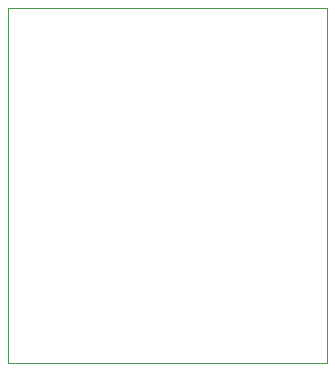
<source format=gbr>
%TF.GenerationSoftware,KiCad,Pcbnew,8.0.4*%
%TF.CreationDate,2024-09-21T22:18:03+01:00*%
%TF.ProjectId,FlipperBoard,466c6970-7065-4724-926f-6172642e6b69,rev?*%
%TF.SameCoordinates,Original*%
%TF.FileFunction,Profile,NP*%
%FSLAX46Y46*%
G04 Gerber Fmt 4.6, Leading zero omitted, Abs format (unit mm)*
G04 Created by KiCad (PCBNEW 8.0.4) date 2024-09-21 22:18:03*
%MOMM*%
%LPD*%
G01*
G04 APERTURE LIST*
%TA.AperFunction,Profile*%
%ADD10C,0.050000*%
%TD*%
G04 APERTURE END LIST*
D10*
X111000000Y-96000000D02*
X138000000Y-96000000D01*
X138000000Y-126000000D01*
X111000000Y-126000000D01*
X111000000Y-96000000D01*
M02*

</source>
